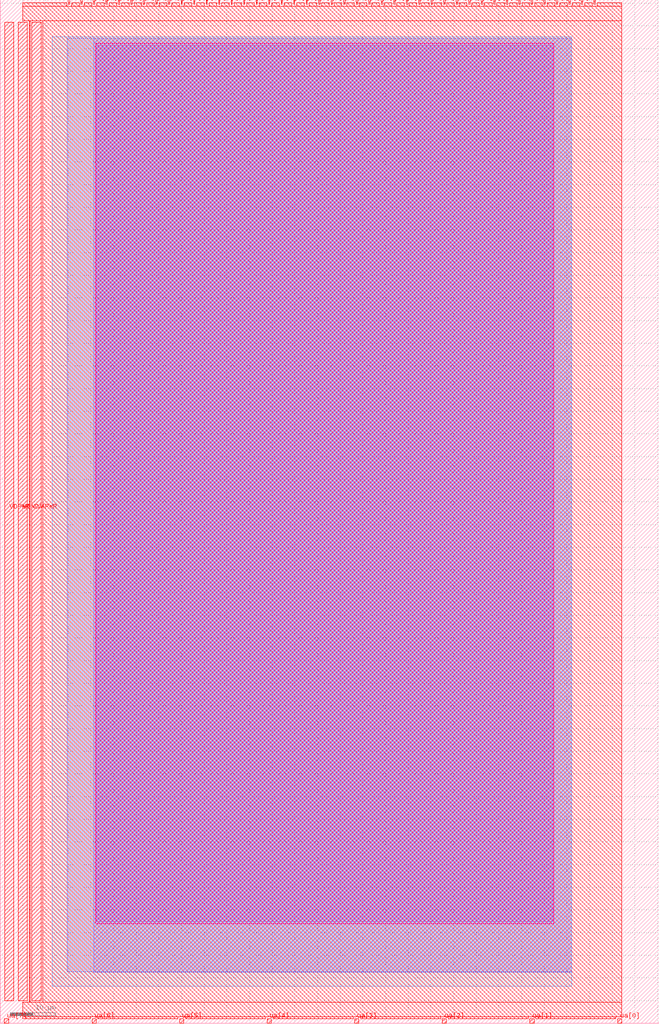
<source format=lef>
VERSION 5.7 ;
  NOWIREEXTENSIONATPIN ON ;
  DIVIDERCHAR "/" ;
  BUSBITCHARS "[]" ;
MACRO tt_um_tinytinfoil_saradc_dac
  CLASS BLOCK ;
  FOREIGN tt_um_tinytinfoil_saradc_dac ;
  ORIGIN 0.000 0.000 ;
  SIZE 145.360 BY 225.760 ;
  PIN clk
    DIRECTION INPUT ;
    USE SIGNAL ;
    PORT
      LAYER met4 ;
        RECT 128.190 224.760 128.490 225.760 ;
    END
  END clk
  PIN ena
    DIRECTION INPUT ;
    USE SIGNAL ;
    PORT
      LAYER met4 ;
        RECT 130.950 224.760 131.250 225.760 ;
    END
  END ena
  PIN rst_n
    DIRECTION INPUT ;
    USE SIGNAL ;
    PORT
      LAYER met4 ;
        RECT 125.430 224.760 125.730 225.760 ;
    END
  END rst_n
  PIN ua[0]
    DIRECTION INOUT ;
    USE SIGNAL ;
    PORT
      LAYER met4 ;
        RECT 136.170 0.000 137.070 1.000 ;
    END
  END ua[0]
  PIN ua[1]
    DIRECTION INOUT ;
    USE SIGNAL ;
    PORT
      LAYER met4 ;
        RECT 116.850 0.000 117.750 1.000 ;
    END
  END ua[1]
  PIN ua[2]
    DIRECTION INOUT ;
    USE SIGNAL ;
    PORT
      LAYER met4 ;
        RECT 97.530 0.000 98.430 1.000 ;
    END
  END ua[2]
  PIN ua[3]
    DIRECTION INOUT ;
    USE SIGNAL ;
    PORT
      LAYER met4 ;
        RECT 78.210 0.000 79.110 1.000 ;
    END
  END ua[3]
  PIN ua[4]
    DIRECTION INOUT ;
    USE SIGNAL ;
    PORT
      LAYER met4 ;
        RECT 58.890 0.000 59.790 1.000 ;
    END
  END ua[4]
  PIN ua[5]
    DIRECTION INOUT ;
    USE SIGNAL ;
    PORT
      LAYER met4 ;
        RECT 39.570 0.000 40.470 1.000 ;
    END
  END ua[5]
  PIN ua[6]
    DIRECTION INOUT ;
    USE SIGNAL ;
    PORT
      LAYER met4 ;
        RECT 20.250 0.000 21.150 1.000 ;
    END
  END ua[6]
  PIN ua[7]
    DIRECTION INOUT ;
    USE SIGNAL ;
    PORT
      LAYER met4 ;
        RECT 0.930 0.000 1.830 1.000 ;
    END
  END ua[7]
  PIN ui_in[0]
    DIRECTION INPUT ;
    USE SIGNAL ;
    PORT
      LAYER met4 ;
        RECT 122.670 224.760 122.970 225.760 ;
    END
  END ui_in[0]
  PIN ui_in[1]
    DIRECTION INPUT ;
    USE SIGNAL ;
    PORT
      LAYER met4 ;
        RECT 119.910 224.760 120.210 225.760 ;
    END
  END ui_in[1]
  PIN ui_in[2]
    DIRECTION INPUT ;
    USE SIGNAL ;
    PORT
      LAYER met4 ;
        RECT 117.150 224.760 117.450 225.760 ;
    END
  END ui_in[2]
  PIN ui_in[3]
    DIRECTION INPUT ;
    USE SIGNAL ;
    PORT
      LAYER met4 ;
        RECT 114.390 224.760 114.690 225.760 ;
    END
  END ui_in[3]
  PIN ui_in[4]
    DIRECTION INPUT ;
    USE SIGNAL ;
    PORT
      LAYER met4 ;
        RECT 111.630 224.760 111.930 225.760 ;
    END
  END ui_in[4]
  PIN ui_in[5]
    DIRECTION INPUT ;
    USE SIGNAL ;
    PORT
      LAYER met4 ;
        RECT 108.870 224.760 109.170 225.760 ;
    END
  END ui_in[5]
  PIN ui_in[6]
    DIRECTION INPUT ;
    USE SIGNAL ;
    PORT
      LAYER met4 ;
        RECT 106.110 224.760 106.410 225.760 ;
    END
  END ui_in[6]
  PIN ui_in[7]
    DIRECTION INPUT ;
    USE SIGNAL ;
    PORT
      LAYER met4 ;
        RECT 103.350 224.760 103.650 225.760 ;
    END
  END ui_in[7]
  PIN uio_in[0]
    DIRECTION INPUT ;
    USE SIGNAL ;
    ANTENNADIFFAREA 69.283401 ;
    PORT
      LAYER met4 ;
        RECT 100.590 224.760 100.890 225.760 ;
    END
  END uio_in[0]
  PIN uio_in[1]
    DIRECTION INPUT ;
    USE SIGNAL ;
    PORT
      LAYER met4 ;
        RECT 97.830 224.760 98.130 225.760 ;
    END
  END uio_in[1]
  PIN uio_in[2]
    DIRECTION INPUT ;
    USE SIGNAL ;
    PORT
      LAYER met4 ;
        RECT 95.070 224.760 95.370 225.760 ;
    END
  END uio_in[2]
  PIN uio_in[3]
    DIRECTION INPUT ;
    USE SIGNAL ;
    PORT
      LAYER met4 ;
        RECT 92.310 224.760 92.610 225.760 ;
    END
  END uio_in[3]
  PIN uio_in[4]
    DIRECTION INPUT ;
    USE SIGNAL ;
    PORT
      LAYER met4 ;
        RECT 89.550 224.760 89.850 225.760 ;
    END
  END uio_in[4]
  PIN uio_in[5]
    DIRECTION INPUT ;
    USE SIGNAL ;
    PORT
      LAYER met4 ;
        RECT 86.790 224.760 87.090 225.760 ;
    END
  END uio_in[5]
  PIN uio_in[6]
    DIRECTION INPUT ;
    USE SIGNAL ;
    PORT
      LAYER met4 ;
        RECT 84.030 224.760 84.330 225.760 ;
    END
  END uio_in[6]
  PIN uio_in[7]
    DIRECTION INPUT ;
    USE SIGNAL ;
    PORT
      LAYER met4 ;
        RECT 81.270 224.760 81.570 225.760 ;
    END
  END uio_in[7]
  PIN uio_oe[0]
    DIRECTION OUTPUT ;
    USE SIGNAL ;
    PORT
      LAYER met4 ;
        RECT 34.350 224.760 34.650 225.760 ;
    END
  END uio_oe[0]
  PIN uio_oe[1]
    DIRECTION OUTPUT ;
    USE SIGNAL ;
    PORT
      LAYER met4 ;
        RECT 31.590 224.760 31.890 225.760 ;
    END
  END uio_oe[1]
  PIN uio_oe[2]
    DIRECTION OUTPUT ;
    USE SIGNAL ;
    PORT
      LAYER met4 ;
        RECT 28.830 224.760 29.130 225.760 ;
    END
  END uio_oe[2]
  PIN uio_oe[3]
    DIRECTION OUTPUT ;
    USE SIGNAL ;
    PORT
      LAYER met4 ;
        RECT 26.070 224.760 26.370 225.760 ;
    END
  END uio_oe[3]
  PIN uio_oe[4]
    DIRECTION OUTPUT ;
    USE SIGNAL ;
    PORT
      LAYER met4 ;
        RECT 23.310 224.760 23.610 225.760 ;
    END
  END uio_oe[4]
  PIN uio_oe[5]
    DIRECTION OUTPUT ;
    USE SIGNAL ;
    PORT
      LAYER met4 ;
        RECT 20.550 224.760 20.850 225.760 ;
    END
  END uio_oe[5]
  PIN uio_oe[6]
    DIRECTION OUTPUT ;
    USE SIGNAL ;
    PORT
      LAYER met4 ;
        RECT 17.790 224.760 18.090 225.760 ;
    END
  END uio_oe[6]
  PIN uio_oe[7]
    DIRECTION OUTPUT ;
    USE SIGNAL ;
    PORT
      LAYER met4 ;
        RECT 15.030 224.760 15.330 225.760 ;
    END
  END uio_oe[7]
  PIN uio_out[0]
    DIRECTION OUTPUT ;
    USE SIGNAL ;
    PORT
      LAYER met4 ;
        RECT 56.430 224.760 56.730 225.760 ;
    END
  END uio_out[0]
  PIN uio_out[1]
    DIRECTION OUTPUT ;
    USE SIGNAL ;
    PORT
      LAYER met4 ;
        RECT 53.670 224.760 53.970 225.760 ;
    END
  END uio_out[1]
  PIN uio_out[2]
    DIRECTION OUTPUT ;
    USE SIGNAL ;
    PORT
      LAYER met4 ;
        RECT 50.910 224.760 51.210 225.760 ;
    END
  END uio_out[2]
  PIN uio_out[3]
    DIRECTION OUTPUT ;
    USE SIGNAL ;
    PORT
      LAYER met4 ;
        RECT 48.150 224.760 48.450 225.760 ;
    END
  END uio_out[3]
  PIN uio_out[4]
    DIRECTION OUTPUT ;
    USE SIGNAL ;
    PORT
      LAYER met4 ;
        RECT 45.390 224.760 45.690 225.760 ;
    END
  END uio_out[4]
  PIN uio_out[5]
    DIRECTION OUTPUT ;
    USE SIGNAL ;
    PORT
      LAYER met4 ;
        RECT 42.630 224.760 42.930 225.760 ;
    END
  END uio_out[5]
  PIN uio_out[6]
    DIRECTION OUTPUT ;
    USE SIGNAL ;
    PORT
      LAYER met4 ;
        RECT 39.870 224.760 40.170 225.760 ;
    END
  END uio_out[6]
  PIN uio_out[7]
    DIRECTION OUTPUT ;
    USE SIGNAL ;
    PORT
      LAYER met4 ;
        RECT 37.110 224.760 37.410 225.760 ;
    END
  END uio_out[7]
  PIN uo_out[0]
    DIRECTION OUTPUT ;
    USE SIGNAL ;
    PORT
      LAYER met4 ;
        RECT 78.510 224.760 78.810 225.760 ;
    END
  END uo_out[0]
  PIN uo_out[1]
    DIRECTION OUTPUT ;
    USE SIGNAL ;
    PORT
      LAYER met4 ;
        RECT 75.750 224.760 76.050 225.760 ;
    END
  END uo_out[1]
  PIN uo_out[2]
    DIRECTION OUTPUT ;
    USE SIGNAL ;
    PORT
      LAYER met4 ;
        RECT 72.990 224.760 73.290 225.760 ;
    END
  END uo_out[2]
  PIN uo_out[3]
    DIRECTION OUTPUT ;
    USE SIGNAL ;
    PORT
      LAYER met4 ;
        RECT 70.230 224.760 70.530 225.760 ;
    END
  END uo_out[3]
  PIN uo_out[4]
    DIRECTION OUTPUT ;
    USE SIGNAL ;
    PORT
      LAYER met4 ;
        RECT 67.470 224.760 67.770 225.760 ;
    END
  END uo_out[4]
  PIN uo_out[5]
    DIRECTION OUTPUT ;
    USE SIGNAL ;
    PORT
      LAYER met4 ;
        RECT 64.710 224.760 65.010 225.760 ;
    END
  END uo_out[5]
  PIN uo_out[6]
    DIRECTION OUTPUT ;
    USE SIGNAL ;
    PORT
      LAYER met4 ;
        RECT 61.950 224.760 62.250 225.760 ;
    END
  END uo_out[6]
  PIN uo_out[7]
    DIRECTION OUTPUT ;
    USE SIGNAL ;
    PORT
      LAYER met4 ;
        RECT 59.190 224.760 59.490 225.760 ;
    END
  END uo_out[7]
  PIN VDPWR
    DIRECTION INOUT ;
    USE POWER ;
    PORT
      LAYER met4 ;
        RECT 1.000 5.000 3.000 220.760 ;
    END
  END VDPWR
  PIN VGND
    DIRECTION INOUT ;
    USE GROUND ;
    PORT
      LAYER met4 ;
        RECT 4.000 5.000 6.000 220.760 ;
    END
  END VGND
  PIN VAPWR
    DIRECTION INOUT ;
    USE POWER ;
    PORT
      LAYER met4 ;
        RECT 7.000 5.000 9.000 220.760 ;
    END
  END VAPWR
  OBS
      LAYER nwell ;
        RECT 21.010 21.980 122.060 216.115 ;
      LAYER li1 ;
        RECT 21.230 22.370 121.840 215.725 ;
      LAYER met1 ;
        RECT 20.615 11.210 126.060 217.260 ;
      LAYER met2 ;
        RECT 14.740 11.410 126.060 217.260 ;
      LAYER met3 ;
        RECT 11.480 8.170 126.060 217.570 ;
      LAYER met4 ;
        RECT 4.920 224.360 14.630 225.060 ;
        RECT 15.730 224.360 17.390 225.060 ;
        RECT 18.490 224.360 20.150 225.060 ;
        RECT 21.250 224.360 22.910 225.060 ;
        RECT 24.010 224.360 25.670 225.060 ;
        RECT 26.770 224.360 28.430 225.060 ;
        RECT 29.530 224.360 31.190 225.060 ;
        RECT 32.290 224.360 33.950 225.060 ;
        RECT 35.050 224.360 36.710 225.060 ;
        RECT 37.810 224.360 39.470 225.060 ;
        RECT 40.570 224.360 42.230 225.060 ;
        RECT 43.330 224.360 44.990 225.060 ;
        RECT 46.090 224.360 47.750 225.060 ;
        RECT 48.850 224.360 50.510 225.060 ;
        RECT 51.610 224.360 53.270 225.060 ;
        RECT 54.370 224.360 56.030 225.060 ;
        RECT 57.130 224.360 58.790 225.060 ;
        RECT 59.890 224.360 61.550 225.060 ;
        RECT 62.650 224.360 64.310 225.060 ;
        RECT 65.410 224.360 67.070 225.060 ;
        RECT 68.170 224.360 69.830 225.060 ;
        RECT 70.930 224.360 72.590 225.060 ;
        RECT 73.690 224.360 75.350 225.060 ;
        RECT 76.450 224.360 78.110 225.060 ;
        RECT 79.210 224.360 80.870 225.060 ;
        RECT 81.970 224.360 83.630 225.060 ;
        RECT 84.730 224.360 86.390 225.060 ;
        RECT 87.490 224.360 89.150 225.060 ;
        RECT 90.250 224.360 91.910 225.060 ;
        RECT 93.010 224.360 94.670 225.060 ;
        RECT 95.770 224.360 97.430 225.060 ;
        RECT 98.530 224.360 100.190 225.060 ;
        RECT 101.290 224.360 102.950 225.060 ;
        RECT 104.050 224.360 105.710 225.060 ;
        RECT 106.810 224.360 108.470 225.060 ;
        RECT 109.570 224.360 111.230 225.060 ;
        RECT 112.330 224.360 113.990 225.060 ;
        RECT 115.090 224.360 116.750 225.060 ;
        RECT 117.850 224.360 119.510 225.060 ;
        RECT 120.610 224.360 122.270 225.060 ;
        RECT 123.370 224.360 125.030 225.060 ;
        RECT 126.130 224.360 127.790 225.060 ;
        RECT 128.890 224.360 130.550 225.060 ;
        RECT 131.650 224.360 137.070 225.060 ;
        RECT 4.920 221.160 137.070 224.360 ;
        RECT 6.400 4.600 6.600 221.160 ;
        RECT 9.400 4.600 137.070 221.160 ;
        RECT 4.920 1.400 137.070 4.600 ;
        RECT 4.920 1.000 19.850 1.400 ;
        RECT 21.550 1.000 39.170 1.400 ;
        RECT 40.870 1.000 58.490 1.400 ;
        RECT 60.190 1.000 77.810 1.400 ;
        RECT 79.510 1.000 97.130 1.400 ;
        RECT 98.830 1.000 116.450 1.400 ;
        RECT 118.150 1.000 135.770 1.400 ;
  END
END tt_um_tinytinfoil_saradc_dac
END LIBRARY


</source>
